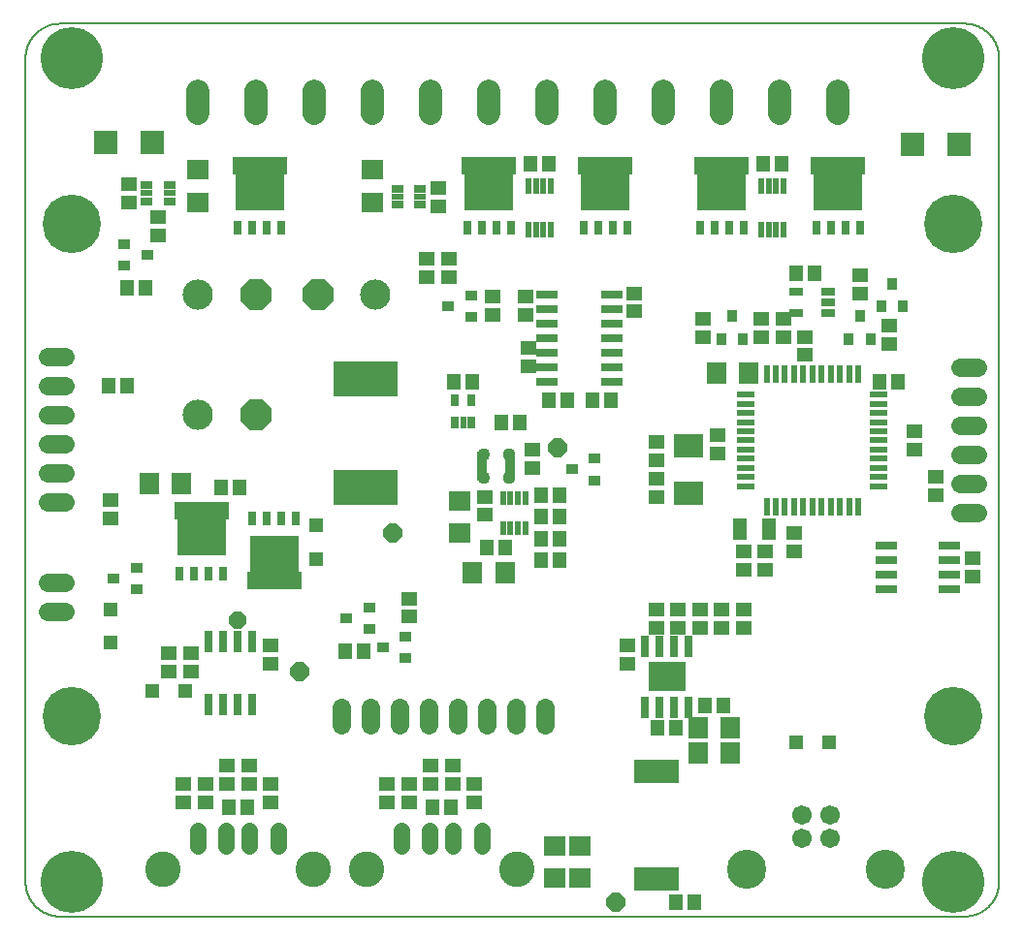
<source format=gts>
G75*
%MOIN*%
%OFA0B0*%
%FSLAX25Y25*%
%IPPOS*%
%LPD*%
%AMOC8*
5,1,8,0,0,1.08239X$1,22.5*
%
%ADD10R,0.03156X0.04928*%
%ADD11R,0.16935X0.12605*%
%ADD12R,0.18904X0.06306*%
%ADD13R,0.04362X0.04362*%
%ADD14R,0.04731X0.04731*%
%ADD15R,0.22054X0.12211*%
%ADD16C,0.10400*%
%ADD17OC8,0.10400*%
%ADD18R,0.05518X0.04731*%
%ADD19R,0.04731X0.05518*%
%ADD20R,0.07498X0.06699*%
%ADD21R,0.03943X0.02762*%
%ADD22R,0.03943X0.01975*%
%ADD23R,0.03156X0.07290*%
%ADD24R,0.07290X0.03156*%
%ADD25C,0.06699*%
%ADD26C,0.13455*%
%ADD27R,0.02172X0.04731*%
%ADD28R,0.03550X0.09849*%
%ADD29C,0.04362*%
%ADD30C,0.03575*%
%ADD31R,0.06699X0.07487*%
%ADD32R,0.07487X0.06699*%
%ADD33R,0.04337X0.03550*%
%ADD34R,0.05124X0.07487*%
%ADD35R,0.15361X0.08274*%
%ADD36R,0.02762X0.03943*%
%ADD37R,0.01975X0.03943*%
%ADD38C,0.05518*%
%ADD39C,0.12211*%
%ADD40R,0.03550X0.04337*%
%ADD41C,0.06306*%
%ADD42R,0.06306X0.02369*%
%ADD43R,0.02369X0.06306*%
%ADD44R,0.09849X0.07880*%
%ADD45R,0.04731X0.02762*%
%ADD46R,0.01975X0.05518*%
%ADD47C,0.08077*%
%ADD48C,0.21329*%
%ADD49C,0.00787*%
%ADD50C,0.20085*%
%ADD51R,0.12605X0.09849*%
%ADD52R,0.08274X0.08274*%
%ADD53OC8,0.06400*%
%ADD54OC8,0.05715*%
D10*
X0117028Y0146644D03*
X0122028Y0146644D03*
X0127028Y0146644D03*
X0132028Y0146644D03*
X0142028Y0165600D03*
X0147028Y0165600D03*
X0152028Y0165600D03*
X0157028Y0165600D03*
X0152028Y0265394D03*
X0147028Y0265394D03*
X0142028Y0265394D03*
X0137028Y0265394D03*
X0215778Y0265394D03*
X0220778Y0265394D03*
X0225778Y0265394D03*
X0230778Y0265394D03*
X0255778Y0265394D03*
X0260778Y0265394D03*
X0265778Y0265394D03*
X0270778Y0265394D03*
X0295778Y0265394D03*
X0300778Y0265394D03*
X0305778Y0265394D03*
X0310778Y0265394D03*
X0335778Y0265394D03*
X0340778Y0265394D03*
X0345778Y0265394D03*
X0350778Y0265394D03*
D11*
X0343278Y0277894D03*
X0303278Y0277894D03*
X0263278Y0277894D03*
X0223278Y0277894D03*
X0144528Y0277894D03*
X0124528Y0159144D03*
X0149528Y0153100D03*
D12*
X0149528Y0144045D03*
X0124528Y0168199D03*
X0144528Y0286949D03*
X0223278Y0286949D03*
X0263278Y0286949D03*
X0303278Y0286949D03*
X0343278Y0286949D03*
D13*
X0343278Y0285571D03*
X0348789Y0285571D03*
X0348789Y0280059D03*
X0343278Y0280059D03*
X0337766Y0280059D03*
X0337766Y0285571D03*
X0337766Y0274547D03*
X0343278Y0274547D03*
X0348789Y0274547D03*
X0308789Y0274547D03*
X0303278Y0274547D03*
X0303278Y0280059D03*
X0308789Y0280059D03*
X0308789Y0285571D03*
X0303278Y0285571D03*
X0297766Y0285571D03*
X0297766Y0280059D03*
X0297766Y0274547D03*
X0268789Y0274547D03*
X0263278Y0274547D03*
X0257766Y0274547D03*
X0257766Y0280059D03*
X0263278Y0280059D03*
X0268789Y0280059D03*
X0268789Y0285571D03*
X0263278Y0285571D03*
X0257766Y0285571D03*
X0228789Y0285571D03*
X0223278Y0285571D03*
X0223278Y0280059D03*
X0228789Y0280059D03*
X0228789Y0274547D03*
X0223278Y0274547D03*
X0217766Y0274547D03*
X0217766Y0280059D03*
X0217766Y0285571D03*
X0150039Y0285571D03*
X0144528Y0285571D03*
X0144528Y0280059D03*
X0150039Y0280059D03*
X0150039Y0274547D03*
X0144528Y0274547D03*
X0139016Y0274547D03*
X0139016Y0280059D03*
X0139016Y0285571D03*
X0174872Y0216526D03*
X0180778Y0216526D03*
X0186683Y0216526D03*
X0186683Y0210620D03*
X0180778Y0210620D03*
X0174872Y0210620D03*
X0174872Y0179124D03*
X0174872Y0173219D03*
X0180778Y0173219D03*
X0180778Y0179124D03*
X0186683Y0179124D03*
X0186683Y0173219D03*
X0155039Y0156447D03*
X0149528Y0156447D03*
X0149528Y0150935D03*
X0155039Y0150935D03*
X0155039Y0145423D03*
X0149528Y0145423D03*
X0144016Y0145423D03*
X0144016Y0150935D03*
X0144016Y0156447D03*
X0130039Y0155797D03*
X0124528Y0155797D03*
X0124528Y0161309D03*
X0130039Y0161309D03*
X0130039Y0166821D03*
X0124528Y0166821D03*
X0119016Y0166821D03*
X0119016Y0161309D03*
X0119016Y0155797D03*
X0276053Y0078770D03*
X0280778Y0078770D03*
X0285502Y0078770D03*
X0284528Y0108760D03*
X0288465Y0108760D03*
X0288465Y0113484D03*
X0284528Y0113484D03*
X0280591Y0113484D03*
X0280591Y0108760D03*
X0280778Y0040974D03*
X0285502Y0040974D03*
X0276053Y0040974D03*
D14*
X0328819Y0088622D03*
X0340236Y0088622D03*
X0163903Y0151663D03*
X0163903Y0163081D03*
X0118986Y0106122D03*
X0107569Y0106122D03*
X0093278Y0122913D03*
X0093278Y0134331D03*
D15*
X0180778Y0176171D03*
X0180778Y0213573D03*
D16*
X0184370Y0242372D03*
X0123435Y0242372D03*
X0123435Y0201122D03*
D17*
X0143120Y0201122D03*
X0143120Y0242372D03*
X0164685Y0242372D03*
D18*
X0202028Y0248597D03*
X0202028Y0254897D03*
X0209528Y0254897D03*
X0209528Y0248597D03*
X0224528Y0241772D03*
X0224528Y0235472D03*
X0235778Y0235472D03*
X0235778Y0241772D03*
X0237028Y0224272D03*
X0237028Y0217972D03*
X0238278Y0189272D03*
X0238278Y0182972D03*
X0222028Y0173022D03*
X0222028Y0166722D03*
X0195778Y0138022D03*
X0195778Y0131722D03*
X0148278Y0121772D03*
X0148278Y0115472D03*
X0120778Y0112972D03*
X0120778Y0119272D03*
X0113278Y0119272D03*
X0113278Y0112972D03*
X0133278Y0080522D03*
X0140778Y0080522D03*
X0140778Y0074222D03*
X0133278Y0074222D03*
X0125778Y0074272D03*
X0125778Y0067972D03*
X0118278Y0067972D03*
X0118278Y0074272D03*
X0148278Y0074272D03*
X0148278Y0067972D03*
X0188278Y0067972D03*
X0195778Y0067972D03*
X0195778Y0074272D03*
X0188278Y0074272D03*
X0203278Y0074222D03*
X0210778Y0074222D03*
X0210778Y0080522D03*
X0203278Y0080522D03*
X0218278Y0074272D03*
X0218278Y0067972D03*
X0270778Y0115472D03*
X0270778Y0121772D03*
X0280778Y0127972D03*
X0288278Y0127972D03*
X0288278Y0134272D03*
X0280778Y0134272D03*
X0295778Y0134272D03*
X0295778Y0127972D03*
X0303278Y0127972D03*
X0310778Y0127972D03*
X0310778Y0134272D03*
X0303278Y0134272D03*
X0310778Y0147972D03*
X0310778Y0154272D03*
X0318278Y0154272D03*
X0318278Y0147972D03*
X0328278Y0154222D03*
X0328278Y0160522D03*
X0302028Y0187972D03*
X0302028Y0194272D03*
X0280778Y0191772D03*
X0280778Y0185472D03*
X0280778Y0179272D03*
X0280778Y0172972D03*
X0332028Y0221722D03*
X0332028Y0228022D03*
X0324528Y0227972D03*
X0317028Y0227972D03*
X0317028Y0234272D03*
X0324528Y0234272D03*
X0297028Y0234272D03*
X0297028Y0227972D03*
X0273278Y0236722D03*
X0273278Y0243022D03*
X0205778Y0272972D03*
X0205778Y0279272D03*
X0109528Y0269272D03*
X0109528Y0262972D03*
X0099528Y0274222D03*
X0099528Y0280522D03*
X0093278Y0171772D03*
X0093278Y0165472D03*
X0350778Y0242972D03*
X0350778Y0249272D03*
X0360778Y0231772D03*
X0360778Y0225472D03*
X0369528Y0195522D03*
X0369528Y0189222D03*
X0377028Y0179897D03*
X0377028Y0173597D03*
X0389528Y0151772D03*
X0389528Y0145472D03*
D19*
X0363927Y0212372D03*
X0357628Y0212372D03*
X0335177Y0249872D03*
X0328878Y0249872D03*
X0323927Y0287372D03*
X0317628Y0287372D03*
X0243927Y0287372D03*
X0237628Y0287372D03*
X0217677Y0212372D03*
X0211378Y0212372D03*
X0227628Y0198622D03*
X0233927Y0198622D03*
X0243878Y0206122D03*
X0250177Y0206122D03*
X0258878Y0206122D03*
X0265177Y0206122D03*
X0247677Y0173622D03*
X0241378Y0173622D03*
X0241378Y0166122D03*
X0247677Y0166122D03*
X0247677Y0158622D03*
X0241378Y0158622D03*
X0241378Y0151122D03*
X0247677Y0151122D03*
X0228927Y0155497D03*
X0222628Y0155497D03*
X0180177Y0119872D03*
X0173878Y0119872D03*
X0203878Y0066122D03*
X0210177Y0066122D03*
X0140177Y0066122D03*
X0133878Y0066122D03*
X0131378Y0176122D03*
X0137677Y0176122D03*
X0098927Y0211122D03*
X0092628Y0211122D03*
X0098878Y0244872D03*
X0105177Y0244872D03*
X0281378Y0093622D03*
X0287677Y0093622D03*
X0297628Y0101122D03*
X0303927Y0101122D03*
X0293927Y0033622D03*
X0287628Y0033622D03*
D20*
X0183278Y0274274D03*
X0183278Y0285470D03*
X0123278Y0285470D03*
X0123278Y0274274D03*
D21*
X0113465Y0274616D03*
X0105591Y0274616D03*
X0105591Y0280128D03*
X0113465Y0280128D03*
X0191841Y0278878D03*
X0191841Y0273366D03*
X0199715Y0273366D03*
X0199715Y0278878D03*
D22*
X0199715Y0276122D03*
X0191841Y0276122D03*
X0113465Y0277372D03*
X0105591Y0277372D03*
D23*
X0127028Y0123199D03*
X0132028Y0123199D03*
X0137028Y0123199D03*
X0142028Y0123199D03*
X0142028Y0101545D03*
X0137028Y0101545D03*
X0132028Y0101545D03*
X0127028Y0101545D03*
X0277028Y0100689D03*
X0282028Y0100689D03*
X0287028Y0100689D03*
X0292028Y0100689D03*
X0292028Y0121555D03*
X0287028Y0121555D03*
X0282028Y0121555D03*
X0277028Y0121555D03*
D24*
X0359951Y0141122D03*
X0359951Y0146122D03*
X0359951Y0151122D03*
X0359951Y0156122D03*
X0381604Y0156122D03*
X0381604Y0151122D03*
X0381604Y0146122D03*
X0381604Y0141122D03*
X0265650Y0212372D03*
X0265650Y0217372D03*
X0265650Y0222372D03*
X0265650Y0227372D03*
X0265650Y0232372D03*
X0265650Y0237372D03*
X0265650Y0242372D03*
X0243406Y0242372D03*
X0243406Y0237372D03*
X0243406Y0232372D03*
X0243406Y0227372D03*
X0243406Y0222372D03*
X0243406Y0217372D03*
X0243406Y0212372D03*
D25*
X0330856Y0063415D03*
X0330856Y0055541D03*
X0340699Y0055541D03*
X0340699Y0063415D03*
D26*
X0359478Y0044872D03*
X0312077Y0044872D03*
D27*
X0235866Y0162254D03*
X0233307Y0162254D03*
X0230748Y0162254D03*
X0228189Y0162254D03*
X0228189Y0172490D03*
X0230748Y0172490D03*
X0233307Y0172490D03*
X0235866Y0172490D03*
D28*
X0230699Y0183622D03*
X0220856Y0183425D03*
D29*
X0221447Y0179685D03*
X0221447Y0187559D03*
X0230108Y0187559D03*
X0230108Y0179685D03*
D30*
X0230699Y0183622D03*
X0220856Y0183622D03*
D31*
X0217766Y0146747D03*
X0228789Y0146747D03*
X0295266Y0093622D03*
X0295266Y0084872D03*
X0306289Y0084872D03*
X0306289Y0093622D03*
X0301516Y0215497D03*
X0312539Y0215497D03*
X0117539Y0177372D03*
X0106516Y0177372D03*
D32*
X0213278Y0171634D03*
X0213278Y0160610D03*
X0245778Y0052884D03*
X0254528Y0052884D03*
X0254528Y0041860D03*
X0245778Y0041860D03*
D33*
X0194715Y0117382D03*
X0194715Y0124862D03*
X0186841Y0121122D03*
X0182215Y0127382D03*
X0182215Y0134862D03*
X0174341Y0131122D03*
X0102215Y0141132D03*
X0102215Y0148612D03*
X0094341Y0144872D03*
X0209341Y0238622D03*
X0217215Y0234882D03*
X0217215Y0242362D03*
X0259715Y0186112D03*
X0259715Y0178632D03*
X0251841Y0182372D03*
X0105965Y0256122D03*
X0098091Y0252382D03*
X0098091Y0259862D03*
D34*
X0309606Y0161747D03*
X0319449Y0161747D03*
D35*
X0280778Y0078376D03*
X0280778Y0041368D03*
D36*
X0217283Y0198435D03*
X0211772Y0198435D03*
X0211772Y0206309D03*
X0217283Y0206309D03*
D37*
X0214528Y0198435D03*
D38*
X0210965Y0058100D02*
X0210965Y0052982D01*
X0203091Y0052982D02*
X0203091Y0058100D01*
X0193248Y0058100D02*
X0193248Y0052982D01*
X0220807Y0052982D02*
X0220807Y0058100D01*
X0150807Y0058100D02*
X0150807Y0052982D01*
X0140965Y0052982D02*
X0140965Y0058100D01*
X0133091Y0058100D02*
X0133091Y0052982D01*
X0123248Y0052982D02*
X0123248Y0058100D01*
D39*
X0111161Y0044872D03*
X0162894Y0044872D03*
X0181161Y0044872D03*
X0232894Y0044872D03*
D40*
X0303287Y0227185D03*
X0310768Y0227185D03*
X0307028Y0235059D03*
X0347037Y0227185D03*
X0354518Y0227185D03*
X0350778Y0235059D03*
X0358287Y0238435D03*
X0365768Y0238435D03*
X0362028Y0246309D03*
D41*
X0385325Y0217372D02*
X0391230Y0217372D01*
X0391230Y0207372D02*
X0385325Y0207372D01*
X0385325Y0197372D02*
X0391230Y0197372D01*
X0391230Y0187372D02*
X0385325Y0187372D01*
X0385325Y0177372D02*
X0391230Y0177372D01*
X0391230Y0167372D02*
X0385325Y0167372D01*
X0242756Y0100472D02*
X0242756Y0094567D01*
X0232756Y0094567D02*
X0232756Y0100472D01*
X0222756Y0100472D02*
X0222756Y0094567D01*
X0212756Y0094567D02*
X0212756Y0100472D01*
X0202756Y0100472D02*
X0202756Y0094567D01*
X0192756Y0094567D02*
X0192756Y0100472D01*
X0182756Y0100472D02*
X0182756Y0094567D01*
X0172756Y0094567D02*
X0172756Y0100472D01*
X0077480Y0133622D02*
X0071575Y0133622D01*
X0071575Y0143622D02*
X0077480Y0143622D01*
X0077480Y0171122D02*
X0071575Y0171122D01*
X0071575Y0181122D02*
X0077480Y0181122D01*
X0077480Y0191122D02*
X0071575Y0191122D01*
X0071575Y0201122D02*
X0077480Y0201122D01*
X0077480Y0211122D02*
X0071575Y0211122D01*
X0071575Y0221122D02*
X0077480Y0221122D01*
D42*
X0311693Y0208120D03*
X0311693Y0204970D03*
X0311693Y0201821D03*
X0311693Y0198671D03*
X0311693Y0195522D03*
X0311693Y0192372D03*
X0311693Y0189222D03*
X0311693Y0186073D03*
X0311693Y0182923D03*
X0311693Y0179774D03*
X0311693Y0176624D03*
X0357362Y0176624D03*
X0357362Y0179774D03*
X0357362Y0182923D03*
X0357362Y0186073D03*
X0357362Y0189222D03*
X0357362Y0192372D03*
X0357362Y0195522D03*
X0357362Y0198671D03*
X0357362Y0201821D03*
X0357362Y0204970D03*
X0357362Y0208120D03*
D43*
X0350276Y0215207D03*
X0347126Y0215207D03*
X0343976Y0215207D03*
X0340827Y0215207D03*
X0337677Y0215207D03*
X0334528Y0215207D03*
X0331378Y0215207D03*
X0328228Y0215207D03*
X0325079Y0215207D03*
X0321929Y0215207D03*
X0318780Y0215207D03*
X0318780Y0169537D03*
X0321929Y0169537D03*
X0325079Y0169537D03*
X0328228Y0169537D03*
X0331378Y0169537D03*
X0334528Y0169537D03*
X0337677Y0169537D03*
X0340827Y0169537D03*
X0343976Y0169537D03*
X0347126Y0169537D03*
X0350276Y0169537D03*
D44*
X0292028Y0174301D03*
X0292028Y0190443D03*
D45*
X0329016Y0236132D03*
X0329016Y0243612D03*
X0340039Y0243612D03*
X0340039Y0239872D03*
X0340039Y0236132D03*
D46*
X0324616Y0264892D03*
X0322057Y0264892D03*
X0319498Y0264892D03*
X0316939Y0264892D03*
X0316939Y0279852D03*
X0319498Y0279852D03*
X0322057Y0279852D03*
X0324616Y0279852D03*
X0244616Y0279852D03*
X0242057Y0279852D03*
X0239498Y0279852D03*
X0236939Y0279852D03*
X0236939Y0264892D03*
X0239498Y0264892D03*
X0242057Y0264892D03*
X0244616Y0264892D03*
D47*
X0243278Y0304783D02*
X0243278Y0312461D01*
X0263278Y0312461D02*
X0263278Y0304783D01*
X0283278Y0304783D02*
X0283278Y0312461D01*
X0303278Y0312461D02*
X0303278Y0304783D01*
X0323278Y0304783D02*
X0323278Y0312461D01*
X0343278Y0312461D02*
X0343278Y0304783D01*
X0223278Y0304783D02*
X0223278Y0312461D01*
X0203278Y0312461D02*
X0203278Y0304783D01*
X0183278Y0304783D02*
X0183278Y0312461D01*
X0163278Y0312461D02*
X0163278Y0304783D01*
X0143278Y0304783D02*
X0143278Y0312461D01*
X0123278Y0312461D02*
X0123278Y0304783D01*
D48*
X0079803Y0323898D03*
X0382953Y0323898D03*
X0382953Y0040433D03*
X0079803Y0040433D03*
D49*
X0064055Y0040433D02*
X0064055Y0323898D01*
X0064058Y0324183D01*
X0064069Y0324469D01*
X0064086Y0324754D01*
X0064110Y0325038D01*
X0064141Y0325322D01*
X0064179Y0325605D01*
X0064224Y0325886D01*
X0064275Y0326167D01*
X0064333Y0326447D01*
X0064398Y0326725D01*
X0064470Y0327001D01*
X0064548Y0327275D01*
X0064633Y0327548D01*
X0064725Y0327818D01*
X0064823Y0328086D01*
X0064927Y0328352D01*
X0065038Y0328615D01*
X0065155Y0328875D01*
X0065278Y0329133D01*
X0065408Y0329387D01*
X0065544Y0329638D01*
X0065685Y0329886D01*
X0065833Y0330130D01*
X0065986Y0330371D01*
X0066146Y0330607D01*
X0066311Y0330840D01*
X0066481Y0331069D01*
X0066657Y0331294D01*
X0066839Y0331514D01*
X0067025Y0331730D01*
X0067217Y0331941D01*
X0067414Y0332148D01*
X0067616Y0332350D01*
X0067823Y0332547D01*
X0068034Y0332739D01*
X0068250Y0332925D01*
X0068470Y0333107D01*
X0068695Y0333283D01*
X0068924Y0333453D01*
X0069157Y0333618D01*
X0069393Y0333778D01*
X0069634Y0333931D01*
X0069878Y0334079D01*
X0070126Y0334220D01*
X0070377Y0334356D01*
X0070631Y0334486D01*
X0070889Y0334609D01*
X0071149Y0334726D01*
X0071412Y0334837D01*
X0071678Y0334941D01*
X0071946Y0335039D01*
X0072216Y0335131D01*
X0072489Y0335216D01*
X0072763Y0335294D01*
X0073039Y0335366D01*
X0073317Y0335431D01*
X0073597Y0335489D01*
X0073878Y0335540D01*
X0074159Y0335585D01*
X0074442Y0335623D01*
X0074726Y0335654D01*
X0075010Y0335678D01*
X0075295Y0335695D01*
X0075581Y0335706D01*
X0075866Y0335709D01*
X0386890Y0335709D01*
X0387175Y0335706D01*
X0387461Y0335695D01*
X0387746Y0335678D01*
X0388030Y0335654D01*
X0388314Y0335623D01*
X0388597Y0335585D01*
X0388878Y0335540D01*
X0389159Y0335489D01*
X0389439Y0335431D01*
X0389717Y0335366D01*
X0389993Y0335294D01*
X0390267Y0335216D01*
X0390540Y0335131D01*
X0390810Y0335039D01*
X0391078Y0334941D01*
X0391344Y0334837D01*
X0391607Y0334726D01*
X0391867Y0334609D01*
X0392125Y0334486D01*
X0392379Y0334356D01*
X0392630Y0334220D01*
X0392878Y0334079D01*
X0393122Y0333931D01*
X0393363Y0333778D01*
X0393599Y0333618D01*
X0393832Y0333453D01*
X0394061Y0333283D01*
X0394286Y0333107D01*
X0394506Y0332925D01*
X0394722Y0332739D01*
X0394933Y0332547D01*
X0395140Y0332350D01*
X0395342Y0332148D01*
X0395539Y0331941D01*
X0395731Y0331730D01*
X0395917Y0331514D01*
X0396099Y0331294D01*
X0396275Y0331069D01*
X0396445Y0330840D01*
X0396610Y0330607D01*
X0396770Y0330371D01*
X0396923Y0330130D01*
X0397071Y0329886D01*
X0397212Y0329638D01*
X0397348Y0329387D01*
X0397478Y0329133D01*
X0397601Y0328875D01*
X0397718Y0328615D01*
X0397829Y0328352D01*
X0397933Y0328086D01*
X0398031Y0327818D01*
X0398123Y0327548D01*
X0398208Y0327275D01*
X0398286Y0327001D01*
X0398358Y0326725D01*
X0398423Y0326447D01*
X0398481Y0326167D01*
X0398532Y0325886D01*
X0398577Y0325605D01*
X0398615Y0325322D01*
X0398646Y0325038D01*
X0398670Y0324754D01*
X0398687Y0324469D01*
X0398698Y0324183D01*
X0398701Y0323898D01*
X0398701Y0040433D01*
X0398698Y0040148D01*
X0398687Y0039862D01*
X0398670Y0039577D01*
X0398646Y0039293D01*
X0398615Y0039009D01*
X0398577Y0038726D01*
X0398532Y0038445D01*
X0398481Y0038164D01*
X0398423Y0037884D01*
X0398358Y0037606D01*
X0398286Y0037330D01*
X0398208Y0037056D01*
X0398123Y0036783D01*
X0398031Y0036513D01*
X0397933Y0036245D01*
X0397829Y0035979D01*
X0397718Y0035716D01*
X0397601Y0035456D01*
X0397478Y0035198D01*
X0397348Y0034944D01*
X0397212Y0034693D01*
X0397071Y0034445D01*
X0396923Y0034201D01*
X0396770Y0033960D01*
X0396610Y0033724D01*
X0396445Y0033491D01*
X0396275Y0033262D01*
X0396099Y0033037D01*
X0395917Y0032817D01*
X0395731Y0032601D01*
X0395539Y0032390D01*
X0395342Y0032183D01*
X0395140Y0031981D01*
X0394933Y0031784D01*
X0394722Y0031592D01*
X0394506Y0031406D01*
X0394286Y0031224D01*
X0394061Y0031048D01*
X0393832Y0030878D01*
X0393599Y0030713D01*
X0393363Y0030553D01*
X0393122Y0030400D01*
X0392878Y0030252D01*
X0392630Y0030111D01*
X0392379Y0029975D01*
X0392125Y0029845D01*
X0391867Y0029722D01*
X0391607Y0029605D01*
X0391344Y0029494D01*
X0391078Y0029390D01*
X0390810Y0029292D01*
X0390540Y0029200D01*
X0390267Y0029115D01*
X0389993Y0029037D01*
X0389717Y0028965D01*
X0389439Y0028900D01*
X0389159Y0028842D01*
X0388878Y0028791D01*
X0388597Y0028746D01*
X0388314Y0028708D01*
X0388030Y0028677D01*
X0387746Y0028653D01*
X0387461Y0028636D01*
X0387175Y0028625D01*
X0386890Y0028622D01*
X0075866Y0028622D01*
X0075581Y0028625D01*
X0075295Y0028636D01*
X0075010Y0028653D01*
X0074726Y0028677D01*
X0074442Y0028708D01*
X0074159Y0028746D01*
X0073878Y0028791D01*
X0073597Y0028842D01*
X0073317Y0028900D01*
X0073039Y0028965D01*
X0072763Y0029037D01*
X0072489Y0029115D01*
X0072216Y0029200D01*
X0071946Y0029292D01*
X0071678Y0029390D01*
X0071412Y0029494D01*
X0071149Y0029605D01*
X0070889Y0029722D01*
X0070631Y0029845D01*
X0070377Y0029975D01*
X0070126Y0030111D01*
X0069878Y0030252D01*
X0069634Y0030400D01*
X0069393Y0030553D01*
X0069157Y0030713D01*
X0068924Y0030878D01*
X0068695Y0031048D01*
X0068470Y0031224D01*
X0068250Y0031406D01*
X0068034Y0031592D01*
X0067823Y0031784D01*
X0067616Y0031981D01*
X0067414Y0032183D01*
X0067217Y0032390D01*
X0067025Y0032601D01*
X0066839Y0032817D01*
X0066657Y0033037D01*
X0066481Y0033262D01*
X0066311Y0033491D01*
X0066146Y0033724D01*
X0065986Y0033960D01*
X0065833Y0034201D01*
X0065685Y0034445D01*
X0065544Y0034693D01*
X0065408Y0034944D01*
X0065278Y0035198D01*
X0065155Y0035456D01*
X0065038Y0035716D01*
X0064927Y0035979D01*
X0064823Y0036245D01*
X0064725Y0036513D01*
X0064633Y0036783D01*
X0064548Y0037056D01*
X0064470Y0037330D01*
X0064398Y0037606D01*
X0064333Y0037884D01*
X0064275Y0038164D01*
X0064224Y0038445D01*
X0064179Y0038726D01*
X0064141Y0039009D01*
X0064110Y0039293D01*
X0064086Y0039577D01*
X0064069Y0039862D01*
X0064058Y0040148D01*
X0064055Y0040433D01*
D50*
X0079803Y0097520D03*
X0079803Y0266811D03*
X0382953Y0266811D03*
X0382953Y0097520D03*
D51*
X0284528Y0111122D03*
D52*
X0368957Y0294247D03*
X0385098Y0294247D03*
X0107598Y0294872D03*
X0091457Y0294872D03*
D53*
X0247028Y0189872D03*
X0190153Y0160497D03*
X0158278Y0112997D03*
X0267028Y0033622D03*
D54*
X0137028Y0130497D03*
M02*

</source>
